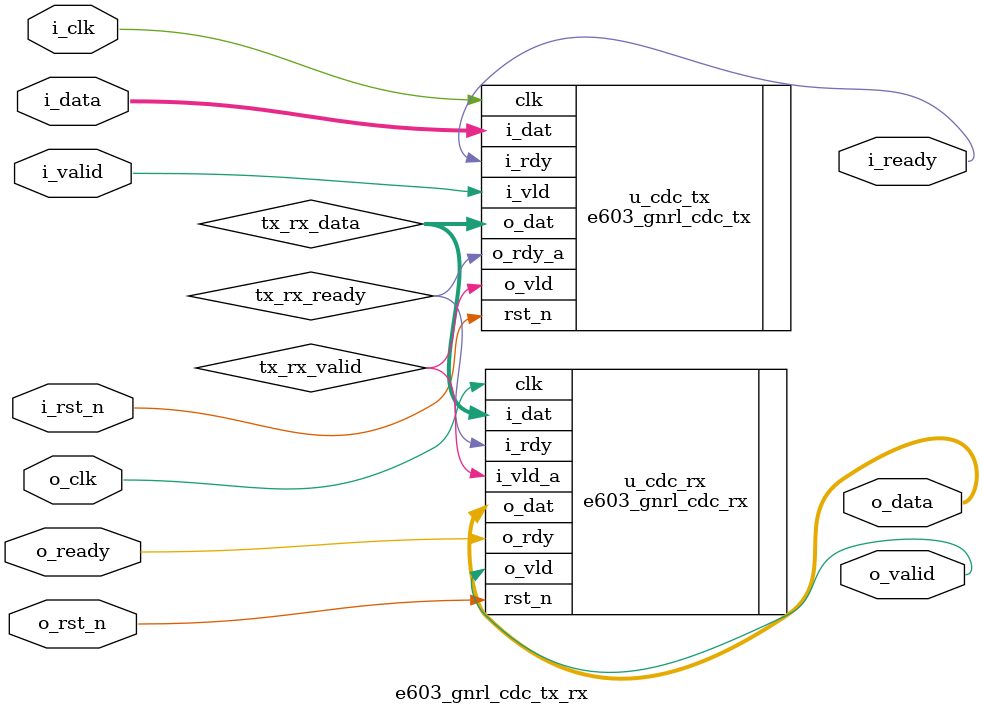
<source format=v>
 /*                                                                      
  *  Copyright (c) 2018-2025 Nuclei System Technology, Inc.       
  *  All rights reserved.                                                
  */                                                                     
module e603_subsys_axi2axi_async # (
  parameter SYNC_DP = 1,
  parameter AW = 32,
  parameter DW = 32,
  parameter ID_W = 4,
  parameter USR_W = 4,
  parameter MW = 4
) (
  output                           i_axi_arready,
  input                            i_axi_arvalid,
  input [ID_W-1:0]                 i_axi_arid,
  input [AW-1:0]                   i_axi_araddr,
  input [7:0]                      i_axi_arlen,
  input [2:0]                      i_axi_arsize,
  input [1:0]                      i_axi_arburst,
  input                            i_axi_arlock,
  input [3:0]                      i_axi_arcache,
  input [2:0]                      i_axi_arprot,
  input [3:0]                      i_axi_arqos,
  input [3:0]                      i_axi_arregion,
  input [USR_W-1:0]                i_axi_aruser,
  output                           i_axi_awready,
  input                            i_axi_awvalid,
  input [ID_W-1:0]                 i_axi_awid,
  input [AW-1:0]                   i_axi_awaddr,
  input [7:0]                      i_axi_awlen,
  input [2:0]                      i_axi_awsize,
  input [1:0]                      i_axi_awburst,
  input                            i_axi_awlock,
  input [3:0]                      i_axi_awcache,
  input [2:0]                      i_axi_awprot,
  input [3:0]                      i_axi_awqos,
  input [3:0]                      i_axi_awregion,
  input [USR_W-1:0]                i_axi_awuser, 
  output                           i_axi_wready,
  input                            i_axi_wvalid,
  input [ID_W-1:0]                 i_axi_wid,
  input [DW-1:0]                   i_axi_wdata,
  input [MW-1:0]                   i_axi_wstrb,
  input                            i_axi_wlast,
  input                            i_axi_rready,
  output                           i_axi_rvalid,
  output [ID_W-1:0]                i_axi_rid,
  output [DW-1:0]                  i_axi_rdata,
  output [1:0]                     i_axi_rresp,
  output                           i_axi_rlast,
  input                            i_axi_bready,
  output                           i_axi_bvalid,
  output [ID_W-1:0]                i_axi_bid,
  output [1:0]                     i_axi_bresp,
  input                            o_axi_arready,
  output                           o_axi_arvalid,
  output [ID_W-1:0]                o_axi_arid,
  output [AW-1:0]                  o_axi_araddr,
  output [7:0]                     o_axi_arlen,
  output [2:0]                     o_axi_arsize,
  output [1:0]                     o_axi_arburst,
  output                           o_axi_arlock,
  output [3:0]                     o_axi_arcache,
  output [2:0]                     o_axi_arprot,
  output [3:0]                     o_axi_arqos,
  output [3:0]                     o_axi_arregion,
  output [USR_W-1:0]               o_axi_aruser,
  input                            o_axi_awready,
  output                           o_axi_awvalid,
  output [ID_W-1:0]                o_axi_awid,
  output [AW-1:0]                  o_axi_awaddr,
  output [7:0]                     o_axi_awlen,
  output [2:0]                     o_axi_awsize,
  output [1:0]                     o_axi_awburst,
  output                           o_axi_awlock,
  output [3:0]                     o_axi_awcache,
  output [2:0]                     o_axi_awprot,
  output [3:0]                     o_axi_awqos,
  output [3:0]                     o_axi_awregion,
  output [USR_W-1:0]               o_axi_awuser, 
  input                            o_axi_wready,
  output                           o_axi_wvalid,
  output [ID_W-1:0]                o_axi_wid,
  output [DW-1:0]                  o_axi_wdata,
  output [MW-1:0]                  o_axi_wstrb,
  output                           o_axi_wlast,
  output                           o_axi_rready,
  input                            o_axi_rvalid,
  input [ID_W-1:0]                 o_axi_rid,
  input [DW-1:0]                   o_axi_rdata,
  input [1:0]                      o_axi_rresp,
  input                            o_axi_rlast,
  output                           o_axi_bready,
  input                            o_axi_bvalid,
  input [ID_W-1:0]                 o_axi_bid,
  input [1:0]                      o_axi_bresp,
  input                            i_clk,
  input                            o_clk,
  input                            i_rst_n,
  input                            o_rst_n 
  );
  localparam CMD_AR_PACK_W = (ID_W+AW+8+3+2+1+4+3+4+4+USR_W);
  wire [CMD_AR_PACK_W-1:0] cmd_ar_i_dat = {
                                 i_axi_arid,
                                 i_axi_araddr,
                                 i_axi_arlen,
                                 i_axi_arsize,
                                 i_axi_arburst,
                                 i_axi_arlock,
                                 i_axi_arcache,
                                 i_axi_arprot,
                                 i_axi_arqos,
                                 i_axi_arregion,
                                 i_axi_aruser
                                 };
  wire [CMD_AR_PACK_W-1:0] cmd_ar_o_dat;
  assign {
                                 o_axi_arid,
                                 o_axi_araddr,
                                 o_axi_arlen,
                                 o_axi_arsize,
                                 o_axi_arburst,
                                 o_axi_arlock,
                                 o_axi_arcache,
                                 o_axi_arprot,
                                 o_axi_arqos,
                                 o_axi_arregion,
                                 o_axi_aruser
                                 } = cmd_ar_o_dat;
  e603_gnrl_cdc_tx_rx # ( .DW(CMD_AR_PACK_W), .SYNC_DP(SYNC_DP) ) u_cmd_ar_cdc_tx_rx (
    .i_clk   (i_clk),
    .i_rst_n (i_rst_n),
    .i_valid (i_axi_arvalid),
    .i_ready (i_axi_arready),
    .i_data  (cmd_ar_i_dat),
    .o_clk   (o_clk),
    .o_rst_n (o_rst_n),
    .o_valid (o_axi_arvalid),
    .o_ready (o_axi_arready),
    .o_data  (cmd_ar_o_dat)
  );
  localparam CMD_AW_PACK_W = (ID_W+AW+8+3+2+1+4+3+4+4+USR_W);
  wire [CMD_AW_PACK_W-1:0] cmd_aw_i_dat = {
                                 i_axi_awid,
                                 i_axi_awaddr,
                                 i_axi_awlen,
                                 i_axi_awsize,
                                 i_axi_awburst,
                                 i_axi_awlock,
                                 i_axi_awcache,
                                 i_axi_awprot,
                                 i_axi_awqos,
                                 i_axi_awregion,
                                 i_axi_awuser
                                 };
  wire [CMD_AW_PACK_W-1:0] cmd_aw_o_dat;
  assign {
                                 o_axi_awid,
                                 o_axi_awaddr,
                                 o_axi_awlen,
                                 o_axi_awsize,
                                 o_axi_awburst,
                                 o_axi_awlock,
                                 o_axi_awcache,
                                 o_axi_awprot,
                                 o_axi_awqos,
                                 o_axi_awregion,
                                 o_axi_awuser
                                 } = cmd_aw_o_dat;
  e603_gnrl_cdc_tx_rx # ( .DW(CMD_AW_PACK_W), .SYNC_DP(SYNC_DP) ) u_cmd_aw_cdc_tx_rx (
    .i_clk   (i_clk),
    .i_rst_n (i_rst_n),
    .i_valid (i_axi_awvalid),
    .i_ready (i_axi_awready),
    .i_data  (cmd_aw_i_dat),
    .o_clk   (o_clk),
    .o_rst_n (o_rst_n),
    .o_valid (o_axi_awvalid),
    .o_ready (o_axi_awready),
    .o_data  (cmd_aw_o_dat)
  );
  localparam CMD_W_PACK_W = (ID_W+DW+MW+1);
  wire [CMD_W_PACK_W-1:0] cmd_w_i_dat = {
                                 i_axi_wid,
                                 i_axi_wdata,
                                 i_axi_wstrb,
                                 i_axi_wlast
                                 };
  wire [CMD_W_PACK_W-1:0] cmd_w_o_dat;
  assign {
                                 o_axi_wid,
                                 o_axi_wdata,
                                 o_axi_wstrb,
                                 o_axi_wlast
                                 } = cmd_w_o_dat;
  e603_gnrl_cdc_tx_rx # ( .DW(CMD_W_PACK_W), .SYNC_DP(SYNC_DP) ) u_cmd_w_cdc_tx_rx (
    .i_clk   (i_clk),
    .i_rst_n (i_rst_n),
    .i_valid (i_axi_wvalid),
    .i_ready (i_axi_wready),
    .i_data  (cmd_w_i_dat),
    .o_clk   (o_clk),
    .o_rst_n (o_rst_n),
    .o_valid (o_axi_wvalid),
    .o_ready (o_axi_wready),
    .o_data  (cmd_w_o_dat)
  );
  localparam CMD_R_PACK_W = (ID_W+DW+2+1);
  wire [CMD_R_PACK_W-1:0] rsp_r_i_dat = {
                                 o_axi_rid,
                                 o_axi_rdata,
                                 o_axi_rresp,
                                 o_axi_rlast
                                 };
  wire [CMD_R_PACK_W-1:0] rsp_r_o_dat;
  assign {
                                 i_axi_rid,
                                 i_axi_rdata,
                                 i_axi_rresp,
                                 i_axi_rlast
                                 } = rsp_r_o_dat;
  e603_gnrl_cdc_tx_rx # ( .DW(CMD_R_PACK_W), .SYNC_DP(SYNC_DP) ) u_rsp_r_cdc_tx_rx (
    .i_clk   (o_clk),
    .i_rst_n (o_rst_n),
    .i_valid (o_axi_rvalid),
    .i_ready (o_axi_rready),
    .i_data  (rsp_r_i_dat),
    .o_clk   (i_clk),
    .o_rst_n (i_rst_n),
    .o_valid (i_axi_rvalid),
    .o_ready (i_axi_rready),
    .o_data  (rsp_r_o_dat)
  );
  localparam CMD_B_PACK_W = (ID_W+2);
  wire [CMD_B_PACK_W-1:0] rsp_b_i_dat = {
                                 o_axi_bid,
                                 o_axi_bresp
                                 };
  wire [CMD_B_PACK_W-1:0] rsp_b_o_dat;
  assign {
                                 i_axi_bid,
                                 i_axi_bresp
                                 } = rsp_b_o_dat;
  e603_gnrl_cdc_tx_rx # ( .DW(CMD_B_PACK_W), .SYNC_DP(SYNC_DP) ) u_rsp_b_cdc_tx_rx (
    .i_clk   (o_clk),
    .i_rst_n (o_rst_n),
    .i_valid (o_axi_bvalid),
    .i_ready (o_axi_bready),
    .i_data  (rsp_b_i_dat),
    .o_clk   (i_clk),
    .o_rst_n (i_rst_n),
    .o_valid (i_axi_bvalid),
    .o_ready (i_axi_bready),
    .o_data  (rsp_b_o_dat)
  );
endmodule
module e603_gnrl_cdc_tx_rx
# (
  parameter DW = 32,
  parameter SYNC_DP = 2
) (
  input  i_clk,
  input  i_rst_n,
  input  i_valid,
  output i_ready,
  input [DW-1 : 0] i_data,
  input   o_clk,
  input   o_rst_n,
  output  o_valid,
  input   o_ready,
  output [DW-1 : 0] o_data
);
  wire tx_rx_valid ;
  wire tx_rx_ready;
  wire [DW-1:0] tx_rx_data;
  e603_gnrl_cdc_tx # ( .DW(DW), .SYNC_DP(SYNC_DP) ) u_cdc_tx(
    .i_vld   (i_valid), 
    .i_rdy   (i_ready), 
    .i_dat   (i_data ),
    .o_vld   (tx_rx_valid), 
    .o_rdy_a (tx_rx_ready), 
    .o_dat   (tx_rx_data),
    .clk     (i_clk),
    .rst_n   (i_rst_n) 
  );
  e603_gnrl_cdc_rx # ( .DW(DW), .SYNC_DP(SYNC_DP) ) u_cdc_rx(
    .i_vld_a(tx_rx_valid), 
    .i_rdy  (tx_rx_ready), 
    .i_dat  (tx_rx_data),
    .o_vld  (o_valid), 
    .o_rdy  (o_ready), 
    .o_dat  (o_data ),
    .clk    (o_clk),
    .rst_n  (o_rst_n) 
  );
endmodule 

</source>
